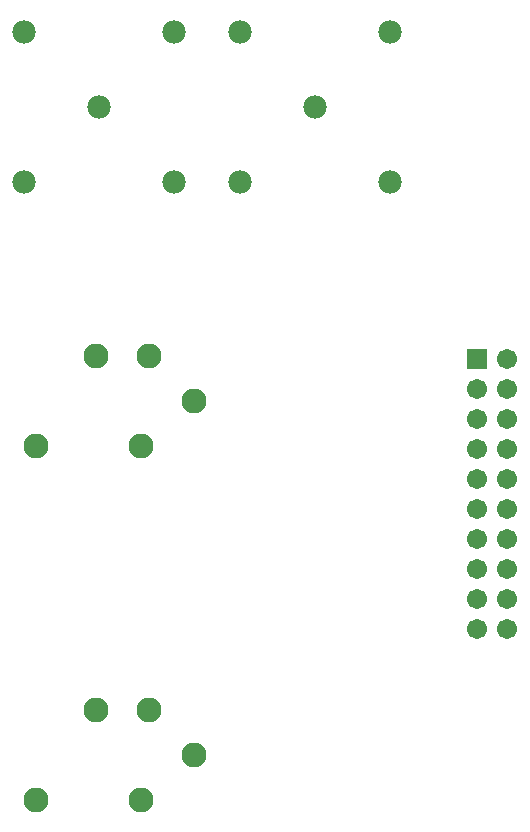
<source format=gts>
%FSLAX24Y24*%
%MOIN*%
G70*
G01*
G75*
%ADD10C,0.0160*%
%ADD11C,0.0100*%
%ADD12C,0.0750*%
%ADD13C,0.0700*%
%ADD14C,0.0591*%
%ADD15R,0.0591X0.0591*%
%ADD16C,0.0080*%
%ADD17C,0.0079*%
%ADD18C,0.0830*%
%ADD19C,0.0780*%
%ADD20C,0.0671*%
%ADD21R,0.0671X0.0671*%
D18*
X24100Y45700D02*
D03*
X22100Y42700D02*
D03*
X27350Y44200D02*
D03*
X25850Y45700D02*
D03*
X25600Y42700D02*
D03*
X24100Y57500D02*
D03*
X22100Y54500D02*
D03*
X27350Y56000D02*
D03*
X25850Y57500D02*
D03*
X25600Y54500D02*
D03*
D19*
X24200Y65800D02*
D03*
X26700Y63300D02*
D03*
X21700D02*
D03*
Y68300D02*
D03*
X26700D02*
D03*
X31400Y65800D02*
D03*
X33900Y63300D02*
D03*
X28900D02*
D03*
Y68300D02*
D03*
X33900D02*
D03*
D20*
X37800Y48400D02*
D03*
X36800D02*
D03*
X37800Y49400D02*
D03*
X36800D02*
D03*
X37800Y50400D02*
D03*
X36800D02*
D03*
X37800Y51400D02*
D03*
X36800D02*
D03*
X37800Y52400D02*
D03*
X36800D02*
D03*
X37800Y53400D02*
D03*
X36800D02*
D03*
X37800Y54400D02*
D03*
X36800D02*
D03*
X37800Y55400D02*
D03*
X36800D02*
D03*
X37800Y56400D02*
D03*
X36800D02*
D03*
X37800Y57400D02*
D03*
D21*
X36800D02*
D03*
M02*

</source>
